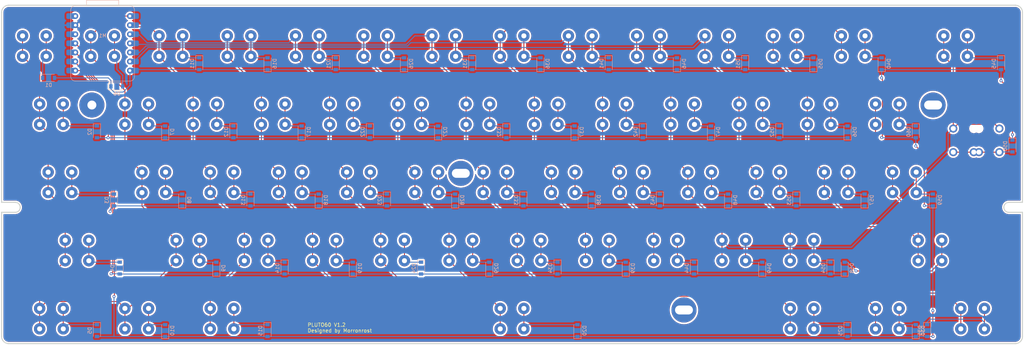
<source format=kicad_pcb>
(kicad_pcb (version 20211014) (generator pcbnew)
  (layers (0 "F.Cu" signal) (31 "B.Cu" signal) (34 "B.Paste" user) (35 "F.Paste" user) (36 "B.SilkS" user "B.Silkscreen") (37 "F.SilkS" user "F.Silkscreen") (38 "B.Mask" user) (39 "F.Mask" user) (44 "Edge.Cuts" user))
  (net 0 "")
  (net 1 "Net-(D1-Pad1)")
  (net 2 "ROW0")
  (net 3 "Net-(D2-Pad1)")
  (net 4 "ROW1")
  (net 5 "Net-(D3-Pad1)")
  (net 6 "ROW2")
  (net 7 "Net-(D4-Pad1)")
  (net 8 "ROW3")
  (net 9 "Net-(D5-Pad1)")
  (net 10 "ROW4")
  (net 11 "Net-(D6-Pad2)")
  (net 12 "Net-(D7-Pad2)")
  (net 13 "Net-(D8-Pad2)")
  (net 14 "Net-(D9-Pad2)")
  (net 15 "Net-(D10-Pad2)")
  (net 16 "Net-(D11-Pad1)")
  (net 17 "Net-(D12-Pad1)")
  (net 18 "Net-(D13-Pad1)")
  (net 19 "Net-(D14-Pad1)")
  (net 20 "Net-(D16-Pad2)")
  (net 21 "Net-(D17-Pad2)")
  (net 22 "Net-(D18-Pad2)")
  (net 23 "Net-(D19-Pad2)")
  (net 24 "Net-(D20-Pad2)")
  (net 25 "Net-(D21-Pad1)")
  (net 26 "Net-(D22-Pad1)")
  (net 27 "Net-(D23-Pad1)")
  (net 28 "Net-(D24-Pad1)")
  (net 29 "Net-(D26-Pad2)")
  (net 30 "Net-(D27-Pad2)")
  (net 31 "Net-(D28-Pad2)")
  (net 32 "Net-(D29-Pad2)")
  (net 33 "Net-(D31-Pad1)")
  (net 34 "Net-(D32-Pad1)")
  (net 35 "Net-(D33-Pad1)")
  (net 36 "Net-(D34-Pad1)")
  (net 37 "Net-(D35-Pad1)")
  (net 38 "Net-(D36-Pad2)")
  (net 39 "Net-(D37-Pad2)")
  (net 40 "Net-(D38-Pad2)")
  (net 41 "Net-(D39-Pad2)")
  (net 42 "Net-(D40-Pad2)")
  (net 43 "Net-(D41-Pad1)")
  (net 44 "Net-(D42-Pad1)")
  (net 45 "Net-(D43-Pad1)")
  (net 46 "Net-(D44-Pad1)")
  (net 47 "Net-(D45-Pad1)")
  (net 48 "Net-(D46-Pad2)")
  (net 49 "Net-(D47-Pad2)")
  (net 50 "Net-(D48-Pad2)")
  (net 51 "Net-(D49-Pad2)")
  (net 52 "Net-(D51-Pad1)")
  (net 53 "Net-(D52-Pad1)")
  (net 54 "Net-(D53-Pad1)")
  (net 55 "Net-(D54-Pad1)")
  (net 56 "Net-(D55-Pad2)")
  (net 57 "Net-(D56-Pad2)")
  (net 58 "Net-(D57-Pad2)")
  (net 59 "Net-(D58-Pad2)")
  (net 60 "Net-(D59-Pad2)")
  (net 61 "COL0")
  (net 62 "COL1")
  (net 63 "COL2")
  (net 64 "COL3")
  (net 65 "COL4")
  (net 66 "COL5")
  (net 68 "Net-(D60-Pad1)")
  (net 70 "GND")
  (net 71 "Net-(D15-Pad1)")
  (net 72 "Net-(D25-Pad1)")
  (net 73 "Net-(D30-Pad2)")
  (net 74 "Net-(D50-Pad2)")
  (footprint "hitek725:Hitek725-1U" (layer "F.Cu") (at 250.825 -85.725)
    (fp_text reference "MX40")
    (fp_text value "MX-NoLED")
  )
  (footprint "hitek725:Hitek725-1U" (layer "F.Cu") (at 146.05 -66.675)
    (fp_text reference "MX32")
    (fp_text value "MX-NoLED")
  )
  (footprint "hitek725:Hitek725-1.75U" (layer "F.Cu") (at 29.36875 -47.625)
    (fp_text reference "MX3")
    (fp_text value "MX-NoLED")
  )
  (footprint "hitek725:Hitek725-1.5U" (layer "F.Cu") (at 26.9875 -9.525)
    (fp_text reference "MX5")
    (fp_text value "MX-NoLED")
  )
  (footprint "hitek725:Hitek725-7U" (layer "F.Cu") (at 155.575 -9.525)
    (fp_text reference "MX20")
    (fp_text value "MX-NoLED")
  )
  (footprint "hitek725:Hitek725-2.25U" (layer "F.Cu") (at 34.13125 -28.575)
    (fp_text reference "MX4")
    (fp_text value "MX-NoLED")
  )
  (footprint "hitek725:Hitek725-BigAssEnter-separated-pins" (layer "F.Cu") (at 279.4 -57.15)
    (fp_text reference "MX50")
    (fp_text value "MX-NoLED")
  )
  (footprint "hitek725:Hitek725-1U" (layer "F.Cu") (at 98.425 -85.725)
    (fp_text reference "MX21")
    (fp_text value "MX-NoLED")
  )
  (footprint "hitek725:Hitek725-1U" (layer "F.Cu") (at 127 -66.675)
    (fp_text reference "MX27")
    (fp_text value "MX-NoLED")
  )
  (footprint "hitek725:Hitek725-1U" (layer "F.Cu") (at 93.6625 -47.625)
    (fp_text reference "MX18")
    (fp_text value "MX-NoLED")
  )
  (footprint "hitek725:Hitek725-2.75U" (layer "F.Cu") (at 272.25625 -28.575)
    (fp_text reference "MX59")
    (fp_text value "MX-NoLED")
  )
  (footprint "hitek725:Hitek725-1U" (layer "F.Cu") (at 169.8625 -47.625)
    (fp_text reference "MX38")
    (fp_text value "MX-NoLED")
  )
  (footprint "hitek725:Hitek725-1.5U" (layer "F.Cu") (at 236.5375 -9.525)
    (fp_text reference "MX25")
    (fp_text value "MX-NoLED")
  )
  (footprint "hitek725:Hitek725-1U" (layer "F.Cu") (at 222.25 -66.675)
    (fp_text reference "MX52")
    (fp_text value "MX-NoLED")
  )
  (footprint "hitek725:Hitek725-1.5U" (layer "F.Cu") (at 284.1625 -9.525)
    (fp_text reference "MX35")
    (fp_text value "MX-NoLED")
  )
  (footprint "hitek725:Hitek725-1U" (layer "F.Cu") (at 150.8125 -47.625)
    (fp_text reference "MX33")
    (fp_text value "MX-NoLED")
  )
  (footprint "hitek725:Hitek725-1U" (layer "F.Cu") (at 55.5625 -47.625)
    (fp_text reference "MX8")
    (fp_text value "MX-NoLED")
  )
  (footprint "hitek725:Hitek725-1U" (layer "F.Cu") (at 103.1875 -28.575)
    (fp_text reference "MX19")
    (fp_text value "MX-NoLED")
  )
  (footprint "hitek725:Hitek725-1U" (layer "F.Cu") (at 117.475 -85.725)
    (fp_text reference "MX26")
    (fp_text value "MX-NoLED")
  )
  (footprint "hitek725:Hitek725-1U" (layer "F.Cu") (at 107.95 -66.675)
    (fp_text reference "MX22")
    (fp_text value "MX-NoLED")
  )
  (footprint "hitek725:Hitek725-1U" (layer "F.Cu") (at 141.2875 -28.575)
    (fp_text reference "MX29")
    (fp_text value "MX-NoLED")
  )
  (footprint "hitek725:Hitek725-1U" (layer "F.Cu") (at 165.1 -66.675)
    (fp_text reference "MX37")
    (fp_text value "MX-NoLED")
  )
  (footprint "hitek725:Hitek725-1U" (layer "F.Cu") (at 260.35 -9.525)
    (fp_text reference "MX30")
    (fp_text value "MX-NoLED")
  )
  (footprint "hitek725:Hitek725-1U" (layer "F.Cu") (at 231.775 -85.725)
    (fp_text reference "MX56")
    (fp_text value "MX-NoLED")
  )
  (footprint "hitek725:Hitek725-1U" (layer "F.Cu") (at 136.525 -85.725)
    (fp_text reference "MX31")
    (fp_text value "MX-NoLED")
  )
  (footprint "locallib:60_Outline" (layer "F.Cu") (at 155.575 -47.625)
    (fp_text reference "REF**" hide)
    (fp_text value "60_Outline" hide)
    (fp_line (start -142.5 7.8) (end -142.5 -45.3) (layer "Edge.Cuts") (width 0.3))
    (fp_line (start -140.5 47.3) (end 140.5 47.3) (layer "Edge.Cuts") (width 0.3))
    (fp_line (start 142.5 7.8) (end 142.5 -45.3) (layer "Edge.Cuts") (width 0.3))
    (fp_line (start -142.5 45.3) (end -142.5 10.6) (layer "Edge.Cuts") (width 0.3))
    (fp_line (start -138.7 7.8) (end -142.5 7.8) (layer "Edge.Cuts") (width 0.3))
    (fp_line (start 138.7 7.8) (end 142.5 7.8) (layer "Edge.Cuts") (width 0.3))
    (fp_line (start -142.5 10.6) (end -138.7 10.6) (layer "Edge.Cuts") (width 0.3))
    (fp_line (start 140.5 -47.3) (end -140.5 -47.3) (layer "Edge.Cuts") (width 0.3))
    (fp_line (start 142.5 10.6) (end 142.5 45.3) (layer "Edge.Cuts") (width 0.3))
    (fp_line (start 138.7 10.6) (end 142.5 10.6) (layer "Edge.Cuts") (width 0.3))
    (fp_arc (start -140.5 47.3) (mid -141.914214 46.714214) (end -142.5 45.3) (layer "Edge.Cuts") (width 0.3))
    (fp_arc (start -138.7 7.8) (mid -137.710051 8.210051) (end -137.3 9.2) (layer "Edge.Cuts") (width 0.3))
    (fp_arc (start 137.3 9.2) (mid 137.710051 8.210051) (end 138.7 7.8) (layer "Edge.Cuts") (width 0.3))
    (fp_arc (start 140.5 -47.3) (mid 141.914214 -46.714214) (end 142.5 -45.3) (layer "Edge.Cuts") (width 0.3))
    (fp_arc (start -137.3 9.2) (mid -137.710051 10.189949) (end -138.7 10.6) (layer "Edge.Cuts") (width 0.3))
    (fp_arc (start 138.7 10.6) (mid 137.710051 10.189949) (end 137.3 9.2) (layer "Edge.Cuts") (width 0.3))
    (fp_arc (start 142.5 45.3) (mid 141.914214 46.714214) (end 140.5 47.3) (layer "Edge.Cuts") (width 0.3))
    (fp_arc (start -142.5 -45.3) (mid -141.914214 -46.714214) (end -140.5 -47.3) (layer "Edge.Cuts") (width 0.3))
  )
  (footprint "hitek725:Hitek725-1U" (layer "F.Cu") (at 174.625 -85.725)
    (fp_text reference "MX41")
    (fp_text value "MX-NoLED")
  )
  (footprint "hitek725:Hitek725-2U" (layer "F.Cu") (at 279.4 -85.725)
    (fp_text reference "MX45")
    (fp_text value "MX-NoLED")
  )
  (footprint "hitek725:Hitek725-1U" (layer "F.Cu") (at 122.2375 -28.575)
    (fp_text reference "MX24")
    (fp_text value "MX-NoLED")
  )
  (footprint "hitek725:Hitek725-1U" (layer "F.Cu") (at 236.5375 -28.575)
    (fp_text reference "MX54")
    (fp_text value "MX-NoLED")
  )
  (footprint "hitek725:Hitek725-1.5U" (layer "F.Cu") (at 74.6125 -9.525)
    (fp_text reference "MX15")
    (fp_text value "MX-NoLED")
  )
  (footprint "hitek725:Hitek725-1U" (layer "F.Cu") (at 203.2 -66.675)
    (fp_text reference "MX47")
    (fp_text value "MX-NoLED")
  )
  (footprint "hitek725:Hitek725-1U" (layer "F.Cu") (at 22.225 -85.725)
    (fp_text reference "MX1")
    (fp_text value "MX-NoLED")
  )
  (footprint "hitek725:Hitek725-1U" (layer "F.Cu") (at 84.1375 -28.575)
    (fp_text reference "MX14")
    (fp_text value "MX-NoLED")
  )
  (footprint "hitek725:Hitek725-1U" (layer "F.Cu") (at 50.8 -66.675)
    (fp_text reference "MX7")
    (fp_text value "MX-NoLED")
  )
  (footprint "hitek725:Hitek725-1U" (layer "F.Cu") (at 217.4875 -28.575)
    (fp_text reference "MX49")
    (fp_text value "MX-NoLED")
  )
  (footprint "hitek725:Hitek725-1U" (layer "F.Cu") (at 227.0125 -47.625)
    (fp_text reference "MX53")
    (fp_text value "MX-NoLED")
  )
  (footprint "hitek725:Hitek725-1U" (layer "F.Cu") (at 207.9625 -47.625)
    (fp_text reference "MX48")
    (fp_text value "MX-NoLED")
  )
  (footprint "hitek725:Hitek725-1U" (layer "F.Cu") (at 88.9 -66.675)
    (fp_text reference "MX17")
    (fp_text value "MX-NoLED")
  )
  (footprint "hitek725:Hitek725-1.5U" (layer "F.Cu") (at 26.9875 -66.675)
    (fp_text reference "MX2")
    (fp_text value "MX-NoLED")
  )
  (footprint "hitek725:Hitek725-1U" (layer "F.Cu") (at 160.3375 -28.575)
    (fp_text reference "MX34")
    (fp_text value "MX-NoLED")
  )
  (footprint "hitek725:Hitek725-1U" (layer "F.Cu") (at 193.675 -85.725)
    (fp_text reference "MX46")
    (fp_text value "MX-NoLED")
  )
  (footprint "hitek725:Hitek725-1U" (layer "F.Cu") (at 265.1125 -47.625)
    (fp_text reference "MX60")
    (fp_text value "MX-NoLED")
  )
  (footprint "hitek725:Hitek725-1U" (layer "F.Cu") (at 50.8 -9.525)
    (fp_text reference "MX10")
    (fp_text value "MX-NoLED")
  )
  (footprint "hitek725:Hitek725-1U" (layer "F.Cu") (at 69.85 -66.675)
    (fp_text reference "MX12")
    (fp_text value "MX-NoLED")
  )
  (footprint "hitek725:Hitek725-1U" (layer "F.Cu") (at 112.7125 -47.625)
    (fp_text reference "MX23")
    (fp_text value "MX-NoLED")
  )
  (footprint "hitek725:Hitek725-1U" (layer "F.Cu") (at 74.6125 -47.625)
    (fp_text reference "MX13")
    (fp_text value "MX-NoLED")
  )
  (footprint "hitek725:Hitek725-1U" (layer "F.Cu") (at 41.275 -85.725)
    (fp_text reference "MX6")
    (fp_text value "MX-NoLED")
  )
  (footprint "hitek725:Hitek725-1U" (layer "F.Cu") (at 241.3 -66.675)
    (fp_text reference "MX57")
    (fp_text value "MX-NoLED")
  )
  (footprint "hitek725:Hitek725-1U" (layer "F.Cu") (at 131.7625 -47.625)
    (fp_text reference "MX28")
    (fp_text value "MX-NoLED")
  )
  (footprint "hitek725:Hitek725-1U" (layer "F.Cu") (at 179.3875 -28.575)
    (fp_text reference "MX39")
    (fp_text value "MX-NoLED")
  )
  (footprint "hitek725:Hitek725-1U" (layer "F.Cu") (at 79.375 -85.725)
    (fp_text reference "MX16")
    (fp_text value "MX-NoLED")
  )
  (footprint "hitek725:Hitek725-1U" (layer "F.Cu") (at 155.575 -85.725)
    (fp_text reference "MX36")
    (fp_text value "MX-NoLED")
  )
  (footprint "hitek725:Hitek725-1U" (layer "F.Cu") (at 260.35 -66.675)
    (fp_text reference "MX55")
    (fp_text value "MX-NoLED")
  )
  (footprint "hitek725:Hitek725-1U" (layer "F.Cu") (at 60.325 -85.725)
    (fp_text reference "MX11")
    (fp_text value "MX-NoLED")
  )
  (footprint "hitek725:Hitek725-1U" (layer "F.Cu") (at 246.0625 -47.625)
    (fp_text reference "MX58")
    (fp_text value "MX-NoLED")
  )
  (footprint "hitek725:Hitek725-1U" (layer "F.Cu") (at 184.15 -66.675)
    (fp_text reference "MX42")
    (fp_text value "MX-NoLED")
  )
  (footprint "hitek725:Hitek725-1U" (layer "F.Cu") (at 198.4375 -28.575)
    (fp_text reference "MX44")
    (fp_text value "MX-NoLED")
  )
  (footprint "hitek725:Hitek725-1U" (layer "F.Cu") (at 65.0875 -28.575)
    (fp_text reference "MX9")
    (fp_text value "MX-NoLED")
  )
  (footprint "hitek725:Hitek725-1U" (layer "F.Cu") (at 212.725 -85.725)
    (fp_text reference "MX51")
    (fp_text value "MX-NoLED")
  )
  (footprint "hitek725:Hitek725-1U" (layer "F.Cu") (at 188.9125 -47.625)
    (fp_text reference "MX43")
    (fp_text value "MX-NoLED")
  )
  (footprint "Diode_SMD:D_SOD-123" (layer "B.Cu") (at 106.3625 -78.58125 -90)
    (fp_text reference "D21")
    (fp_text value "D_Small")
  )
  (footprint "Diode_SMD:D_SOD-123" (layer "B.Cu") (at 239.7125 -78.58125 90)
    (fp_text reference "D55")
    (fp_text value "D_Small")
  )
  (footprint "Diode_SMD:D_SOD-123" (layer "B.Cu") (at 173.83125 -3.96875 90)
    (fp_text reference "D20")
    (fp_text value "D_Small")
  )
  (footprint "Diode_SMD:D_SOD-123" (layer "B.Cu") (at 158.75 -40.48125 -90)
    (fp_text reference "D33")
    (fp_text value "D_Small")
  )
  (footprint "Diode_SMD:D_SOD-123" (layer "B.Cu") (at 125.4125 -78.58125 90)
    (fp_text reference "D26")
    (fp_text value "D_Small")
  )
  (footprint "Diode_SMD:D_SOD-123" (layer "B.Cu") (at 120.65 -40.48125 -90)
    (fp_text reference "D23")
    (fp_text value "D_Small")
  )
  (footprint "Diode_SMD:D_SOD-123" (layer "B.Cu") (at 196.85 -40.48125 -90)
    (fp_text reference "D43")
    (fp_text value "D_Small")
  )
  (footprint "Diode_SMD:D_SOD-123" (layer "B.Cu") (at 268.2875 -59.53125 -90)
    (fp_text reference "D60")
    (fp_text value "D_Small")
  )
  (footprint "Diode_SMD:D_SOD-123" (layer "B.Cu") (at 39.6875 -3.96875 -90)
    (fp_text reference "D5")
    (fp_text value "D_Small")
  )
  (footprint "Diode_SMD:D_SOD-123" (layer "B.Cu") (at 63.5 -40.48125 90)
    (fp_text reference "D8")
    (fp_text value "D_Small")
  )
  (footprint "Diode_SMD:D_SOD-123" (layer "B.Cu") (at 39.6875 -59.53125 -90)
    (fp_text reference "D2")
    (fp_text value "D_Small")
  )
  (footprint "Diode_SMD:D_SOD-123" (layer "B.Cu") (at 173.0375 -59.53125 90)
    (fp_text reference "D37")
    (fp_text value "D_Small")
  )
  (footprint "Diode_SMD:D_SOD-123" (layer "B.Cu") (at 230.1875 -59.53125 -90)
    (fp_text reference "D52")
    (fp_text value "D_Small")
  )
  (footprint "xiao2040 schematics:XIAO-RP2040" (layer "B.Cu") (at 50.165 -73.72325 180)
    (fp_text reference "M1")
    (fp_text value "XIAO-RP2040")
  )
  (footprint "Diode_SMD:D_SOD-123" (layer "B.Cu") (at 149.225 -21.43125 90)
    (fp_text reference "D29")
    (fp_text value "D_Small")
  )
  (footprint "Diode_SMD:D_SOD-123" (layer "B.Cu") (at 115.8875 -59.53125 -90)
    (fp_text reference "D22")
    (fp_text value "D_Small")
  )
  (footprint "Diode_SMD:D_SOD-123" (layer "B.Cu") (at 254 -40.48125 90)
    (fp_text reference "D57")
    (fp_text value "D_Small")
  )
  (footprint "Diode_SMD:D_SOD-123" (layer "B.Cu") (at 111.125 -21.43125 90)
    (fp_text reference "D19")
    (fp_text value "D_Small")
  )
  (footprint "Diode_SMD:D_SOD-123" (layer "B.Cu") (at 139.7 -40.48125 90)
    (fp_text reference "D28")
    (fp_text value "D_Small")
  )
  (footprint "Diode_SMD:D_SOD-123" (layer "B.Cu") (at 87.3125 -78.58125 90)
    (fp_text reference "D16")
    (fp_text value "D_Small")
  )
  (footprint "Diode_SMD:D_SOD-123" (layer "B.Cu") (at 187.325 -21.43125 90)
    (fp_text reference "D39")
    (fp_text value "D_Small")
  )
  (footprint "Diode_SMD:D_SOD-123" (layer "B.Cu") (at 144.4625 -78.58125 -90)
    (fp_text reference "D31")
    (fp_text value "D_Small")
  )
  (footprint "Diode_SMD:D_SOD-123" (layer "B.Cu") (at 192.0875 -59.53125 -90)
    (fp_text reference "D42")
    (fp_text value "D_Small")
  )
  (footprint "Diode_SMD:D_SOD-123" (layer "B.Cu") (at 268.2875 -3.96875 90)
    (fp_text reference "D30")
    (fp_text value "D_Small")
  )
  (footprint "Diode_SMD:D_SOD-123" (layer "B.Cu") (at 244.475 -21.43125 -90)
    (fp_text reference "D54")
    (fp_text value "D_Small")
  )
  (footprint "Diode_SMD:D_SOD-123" (layer "B.Cu") (at 271.4625 -3.96875 -90)
    (fp_text reference "D35")
    (fp_text value "D_Small")
  )
  (footprint "Diode_SMD:D_SOD-123" (layer "B.Cu") (at 249.2375 -3.96875 -90)
    (fp_text reference "D25")
    (fp_text value "D_Small")
  )
  (footprint "Diode_SMD:D_SOD-123" (layer "B.Cu") (at 26.19375 -74.6125)
    (fp_text reference "D1")
    (fp_text value "D_Small")
  )
  (footprint "Diode_SMD:D_SOD-123" (layer "B.Cu") (at 295.275 -55.5625 -90)
    (fp_text reference "D50")
    (fp_text value "D_Small")
  )
  (footprint "Diode_SMD:D_SOD-123" (layer "B.Cu") (at 182.5625 -78.58125 -90)
    (fp_text reference "D41")
    (fp_text value "D_Small")
  )
  (footprint "Diode_SMD:D_SOD-123" (layer "B.Cu") (at 220.6625 -78.58125 -90)
    (fp_text reference "D51")
    (fp_text value "D_Small")
  )
  (footprint "Diode_SMD:D_SOD-123" (layer "B.Cu") (at 134.9375 -59.53125 90)
    (fp_text reference "D27")
    (fp_text value "D_Small")
  )
  (footprint "Diode_SMD:D_SOD-123" (layer "B.Cu") (at 58.7375 -3.96875 90)
    (fp_text reference "D10")
    (fp_text value "D_Small")
  )
  (footprint "Diode_SMD:D_SOD-123" (layer "B.Cu") (at 234.95 -40.48125 -90)
    (fp_text reference "D53")
    (fp_text value "D_Small")
  )
  (footprint "Diode_SMD:D_SOD-123" (layer "B.Cu") (at 45.24375 -72.23125)
    (fp_text reference "D6")
    (fp_text value "D_Small")
  )
  (footprint "Diode_SMD:D_SOD-123" (layer "B.Cu") (at 177.8 -40.48125 90)
    (fp_text reference "D38")
    (fp_text value "D_Small")
  )
  (footprint "Diode_SMD:D_SOD-123" (layer "B.Cu") (at 96.8375 -59.53125 90)
    (fp_text reference "D17")
    (fp_text value "D_Small")
  )
  (footprint "Diode_SMD:D_SOD-123" (layer "B.Cu") (at 77.7875 -59.53125 -90)
    (fp_text reference "D12")
    (fp_text value "D_Small")
  )
  (footprint "Diode_SMD:D_SOD-123" (layer "B.Cu") (at 206.375 -21.43125 -90)
    (fp_text reference "D44")
    (fp_text value "D_Small")
  )
  (footprint "Diode_SMD:D_SOD-123" (layer "B.Cu") (at 292.1 -78.58125 -90)
    (fp_text reference "D45")
    (fp_text value "D_Small")
  )
  (footprint "Diode_SMD:D_SOD-123" (layer "B.Cu") (at 73.025 -21.43125 90)
    (fp_text reference "D9")
    (fp_text value "D_Small")
  )
  (footprint "Diode_SMD:D_SOD-123" (layer "B.Cu") (at 211.1375 -59.53125 90)
    (fp_text reference "D47")
    (fp_text value "D_Small")
  )
  (footprint "Diode_SMD:D_SOD-123" (layer "B.Cu") (at 44.45 -40.48125 -90)
    (fp_text reference "D3")
    (fp_text value "D_Small")
  )
  (footprint "Diode_SMD:D_SOD-123" (layer "B.Cu") (at 130.175 -21.43125 -90)
    (fp_text reference "D24")
    (fp_text value "D_Small")
  )
  (footprint "Diode_SMD:D_SOD-123" (layer "B.Cu") (at 82.55 -40.48125 -90)
    (fp_text reference "D13")
    (fp_text value "D_Small")
  )
  (footprint "Diode_SMD:D_SOD-123" (layer "B.Cu") (at 225.425 -21.43125 90)
    (fp_text reference "D49")
    (fp_text value "D_Small")
  )
  (footprint "Diode_SMD:D_SOD-123" (layer "B.Cu") (at 163.5125 -78.58125 90)
    (fp_text reference "D36")
    (fp_text value "D_Small")
  )
  (footprint "Diode_SMD:D_SOD-123" (layer "B.Cu") (at 273.05 -40.48125 90)
    (fp_text reference "D59")
    (fp_text value "D_Small")
  )
  (footprint "Diode_SMD:D_SOD-123" (layer "B.Cu") (at 92.075 -21.43125 -90)
    (fp_text reference "D14")
    (fp_text value "D_Small")
  )
  (footprint "Diode_SMD:D_SOD-123" (layer "B.Cu") (at 201.6125 -78.58125 90)
    (fp_text reference "D46")
    (fp_text value "D_Small")
  )
  (footprint "Diode_SMD:D_SOD-123" (layer "B.Cu") (at 249.2375 -59.53125 90)
    (fp_text reference "D56")
    (fp_text value "D_Small")
  )
  (footprint "Diode_SMD:D_SOD-123" (layer "B.Cu") (at 101.6 -40.48125 90)
    (fp_text reference "D18")
    (fp_text value "D_Small")
  )
  (footprint "Diode_SMD:D_SOD-123" (layer "B.Cu") (at 168.275 -21.43125 -90)
    (fp_text reference "D34")
    (fp_text value "D_Small")
  )
  (footprint "Diode_SMD:D_SOD-123" (layer "B.Cu") (at 258.7625 -78.58125 90)
    (fp_text reference "D40")
    (fp_text value "D_Small")
  )
  (footprint "Diode_SMD:D_SOD-123" (layer "B.Cu") (at 58.7375 -59.53125 90)
    (fp_text reference "D7")
    (fp_text value "D_Small")
  )
  (footprint "Diode_SMD:D_SOD-123" (layer "B.Cu") (at 46.0375 -21.43125 -90)
    (fp_text reference "D4")
    (fp_text value "D_Small")
  )
  (footprint "Diode_SMD:D_SOD-123" (layer "B.Cu") (at 87.3125 -3.96875 -90)
    (fp_text reference "D15")
    (fp_text value "D_Small")
  )
  (footprint "Diode_SMD:D_SOD-123" (layer "B.Cu") (at 153.9875 -59.53125 -90)
    (fp_text reference "D32")
    (fp_text value "D_Small")
  )
  (footprint "Diode_SMD:D_SOD-123" (layer "B.Cu") (at 215.9 -40.48125 90)
    (fp_text reference "D48")
    (fp_text value "D_Small")
  )
  (footprint "Diode_SMD:D_SOD-123" (layer "B.Cu") (at 248.44375 -21.43125 90)
    (fp_text reference "D58")
    (fp_text value "D_Small")
  )
  (footprint "Diode_SMD:D_SOD-123" (layer "B.Cu") (at 68.2625 -78.58125 -90)
    (fp_text reference "D11")
    (fp_text value "D_Small")
  )
  (gr_text "PLUTO60 V1.2\nDesigned by Morronrost" (at 98.425 -4.7625) (layer "F.SilkS") (effects (font (size 1 1)) (justify left)))
  (segment (start 25.525 -86.365) (end 25.525 -80.645) (width 0.25) (layer "F.Cu") (net 1))
  (segment (start 24.54375 -79.66375) (end 25.525 -80.645) (width 0.25) (layer "B.Cu") (net 1))
  (segment (start 24.54375 -74.6125) (end 24.54375 -79.66375) (width 0.25) (layer "B.Cu") (net 1))
  (segment (start 48.8925 -76.65425) (end 49.1695 -76.93125) (width 0.25) (layer "B.Cu") (net 2))
  (segment (start 47.005272 -70.64375) (end 44.45 -70.64375) (width 0.25) (layer "B.Cu") (net 2))
  (segment (start 44.45 -70.64375) (end 43.59375 -71.5) (width 0.25) (layer "B.Cu") (net 2))
  (segment (start 48.8925 -72.530978) (end 47.005272 -70.64375) (width 0.25) (layer "B.Cu") (net 2))
  (segment (start 43.59375 -71.5) (end 43.59375 -72.23125) (width 0.25) (layer "B.Cu") (net 2))
  (segment (start 43.59375 -73.88125) (end 42.8625 -74.6125) (width 0.25) (layer "B.Cu") (net 2))
  (segment (start 49.1695 -76.93125) (end 87.3125 -76.93125) (width 0.25) (layer "B.Cu") (net 2))
  (segment (start 87.3125 -76.93125) (end 239.7125 -76.93125) (width 0.25) (layer "B.Cu") (net 2))
  (segment (start 42.8625 -74.6125) (end 27.84375 -74.6125) (width 0.25) (layer "B.Cu") (net 2))
  (segment (start 48.8925 -76.65425) (end 48.8925 -72.530978) (width 0.25) (layer "B.Cu") (net 2))
  (segment (start 43.59375 -72.23125) (end 43.59375 -73.88125) (width 0.25) (layer "B.Cu") (net 2))
  (segment (start 30.2875 -67.315) (end 30.2875 -61.595) (width 0.25) (layer "F.Cu") (net 3))
  (segment (start 39.6875 -61.18125) (end 30.70125 -61.18125) (width 0.25) (layer "B.Cu") (net 3))
  (segment (start 30.70125 -61.18125) (end 30.2875 -61.595) (width 0.25) (layer "B.Cu") (net 3))
  (segment (start 42.8625 -57.94375) (end 42.8 -57.88125) (width 0.25) (layer "F.Cu") (net 4))
  (segment (start 33.6575 -76.65425) (end 35.2645 -76.65425) (width 0.25) (layer "F.Cu") (net 4))
  (segment (start 35.2645 -76.65425) (end 42.8625 -69.05625) (width 0.25) (layer "F.Cu") (net 4))
  (segment (start 42.8625 -69.05625) (end 42.8625 -57.94375) (width 0.25) (layer "F.Cu") (net 4))
  (via (at 42.8 -57.88125) (size 0.8) (drill 0.4) (layers "F.Cu" "B.Cu") (net 4))
  (segment (start 42.8 -57.88125) (end 39.6875 -57.88125) (width 0.25) (layer "B.Cu") (net 4))
  (segment (start 249.2375 -57.88125) (end 42.8 -57.88125) (width 0.25) (layer "B.Cu") (net 4))
  (segment (start 32.66875 -48.265) (end 32.66875 -42.545) (width 0.25) (layer "F.Cu") (net 5))
  (segment (start 33.0825 -42.13125) (end 32.66875 -42.545) (width 0.25) (layer "B.Cu") (net 5))
  (segment (start 44.45 -42.13125) (end 33.0825 -42.13125) (width 0.25) (layer "B.Cu") (net 5))
  (segment (start 33.6575 -78.896968) (end 43.65625 -68.898218) (width 0.25) (layer "F.Cu") (net 6))
  (segment (start 43.65625 -37.58123) (end 43.38127 -37.30625) (width 0.25) (layer "F.Cu") (net 6))
  (segment (start 33.6575 -79.19425) (end 33.6575 -78.896968) (width 0.25) (layer "F.Cu") (net 6))
  (segment (start 43.65625 -68.898218) (end 43.65625 -37.58123) (width 0.25) (layer "F.Cu") (net 6))
  (via (at 43.38127 -37.30625) (size 0.8) (drill 0.4) (layers "F.Cu" "B.Cu") (net 6))
  (segment (start 43.38127 -37.30625) (end 43.38127 -37.76252) (width 0.25) (layer "B.Cu") (net 6))
  (segment (start 43.38127 -37.76252) (end 44.45 -38.83125) (width 0.25) (layer "B.Cu") (net 6))
  (segment (start 44.45 -38.83125) (end 254 -38.83125) (width 0.25) (layer "B.Cu") (net 6))
  (segment (start 37.43125 -29.215) (end 37.43125 -23.495) (width 0.25) (layer "F.Cu") (net 7))
  (segment (start 37.845 -23.08125) (end 37.43125 -23.495) (width 0.25) (layer "B.Cu") (net 7))
  (segment (start 46.0375 -23.08125) (end 37.845 -23.08125) (width 0.25) (layer "B.Cu") (net 7))
  (segment (start 33.6575 -81.73425) (end 34.925 -80.46675) (width 0.25) (layer "F.Cu") (net 8))
  (segment (start 44.10577 -69.084415) (end 44.10577 -68.2625) (width 0.25) (layer "F.Cu") (net 8))
  (segment (start 34.925 -78.265186) (end 35.957593 -77.232593) (width 0.25) (layer "F.Cu") (net 8))
  (segment (start 34.925 -78.58125) (end 34.925 -78.265186) (width 0.25) (layer "F.Cu") (net 8))
  (segment (start 44.10577 -20.29327) (end 43.65625 -19.84375) (width 0.25) (layer "F.Cu") (net 8))
  (segment (start 34.925 -80.46675) (end 34.925 -78.58125) (width 0.25) (layer "F.Cu") (net 8))
  (segment (start 35.957593 -77.232593) (end 44.10577 -69.084415) (width 0.25) (layer "F.Cu") (net 8))
  (segment (start 44.10577 -68.2625) (end 44.10577 -20.29327) (width 0.25) (layer "F.Cu") (net 8))
  (via (at 43.65625 -19.84375) (size 0.8) (drill 0.4) (layers "F.Cu" "B.Cu") (net 8))
  (segment (start 45.975 -19.84375) (end 46.0375 -19.78125) (width 0.25) (layer "B.Cu") (net 8))
  (segment (start 43.65625 -19.84375) (end 45.975 -19.84375) (width 0.25) (layer "B.Cu") (net 8))
  (segment (start 46.0375 -19.78125) (end 244.475 -19.78125) (width 0.25) (layer "B.Cu") (net 8))
  (segment (start 244.475 -19.78125) (end 248.44375 -19.78125) (width 0.25) (layer "B.Cu") (net 8))
  (segment (start 30.2875 -10.165) (end 30.2875 -4.445) (width 0.25) (layer "F.Cu") (net 9))
  (segment (start 31.46125 -5.61875) (end 30.2875 -4.445) (width 0.25) (layer "B.Cu") (net 9))
  (segment (start 39.6875 -5.61875) (end 31.46125 -5.61875) (width 0.25) (layer "B.Cu") (net 9))
  (segment (start 44.55529 -13.59904) (end 44.45 -13.49375) (width 0.25) (layer "F.Cu") (net 10))
  (segment (start 273.05 -9.525) (end 273.05 -2.38125) (width 0.25) (layer "F.Cu") (net 10))
  (segment (start 258.964511 -58.145761) (end 258.964511 -74.410489) (width 0.25) (layer "F.Cu") (net 10))
  (segment (start 35.37452 -78.451384) (end 42.625451 -71.200451) (width 0.25) (layer "F.Cu") (net 10))
  (segment (start 258.7625 -57.94375) (end 258.964511 -58.145761) (width 0.25) (layer "F.Cu") (net 10))
  (segment (start 295.275 -70.64375) (end 292.1 -73.81875) (width 0.25) (layer "F.Cu") (net 10))
  (segment (start 273.05 -2.38125) (end 273.1125 -2.31875) (width 0.25) (layer "F.Cu") (net 10))
  (segment (start 295.275 -58.7375) (end 295.275 -70.64375) (width 0.25) (layer "F.Cu") (net 10))
  (segment (start 258.964511 -74.410489) (end 258.7625 -74.6125) (width 0.25) (layer "F.Cu") (net 10))
  (segment (start 270.66875 -50.00625) (end 270.66875 -53.18125) (width 0.25) (layer "F.Cu") (net 10))
  (segment (start 42.625451 -71.200451) (end 44.55529 -69.270612) (width 0.25) (layer "F.Cu") (net 10))
  (segment (start 35.37452 -82.55723) (end 35.37452 -79.375) (width 0.25) (layer "F.Cu") (net 10))
  (segment (start 33.6575 -84.27425) (end 35.37452 -82.55723) (width 0.25) (layer "F.Cu") (net 10))
  (segment (start 270.66875 -38.89375) (end 270.66875 -50.00625) (width 0.25) (layer "F.Cu") (net 10))
  (segment (start 35.37452 -79.375) (end 35.37452 -78.451384) (width 0.25) (layer "F.Cu") (net 10))
  (segment (start 270.66875 -53.18125) (end 268.2875 -55.5625) (width 0.25) (layer "F.Cu") (net 10))
  (segment (start 44.55529 -65.88125) (end 44.55529 -13.59904) (width 0.25) (layer "F.Cu") (net 10))
  (segment (start 44.55529 -69.270612) (end 44.55529 -65.88125) (width 0.25) (layer "F.Cu") (net 10))
  (via (at 258.7625 -57.94375) (size 0.8) (drill 0.4) (layers "F.Cu" "B.Cu") (net 10))
  (via (at 295.275 -58.7375) (size 0.8) (drill 0.4) (layers "F.Cu" "B.Cu") (net 10))
  (via (at 273.05 -9.525) (size 0.8) (drill 0.4) (layers "F.Cu" "B.Cu") (net 10))
  (via (at 273.1125 -2.31875) (size 0.8) (drill 0.4) (layers "F.Cu" "B.Cu") (net 10))
  (via (at 258.7625 -74.6125) (size 0.8) (drill 0.4) (layers "F.Cu" "B.Cu") (net 10))
  (via (at 270.66875 -38.89375) (size 0.8) (drill 0.4) (layers "F.Cu" "B.Cu") (net 10))
  (via (at 292.1 -73.81875) (size 0.8) (drill 0.4) (layers "F.Cu" "B.Cu") (net 10))
  (via (at 44.45 -13.49375) (size 0.8) (drill 0.4) (layers "F.Cu" "B.Cu") (net 10))
  (via (at 268.2875 -55.5625) (size 0.8) (drill 0.4) (layers "F.Cu" "B.Cu") (net 10))
  (segment (start 44.45 -2.38125) (end 44.3875 -2.31875) (width 0.25) (layer "B.Cu") (net 10))
  (segment (start 271.4625 -2.31875) (end 273.1125 -2.31875) (width 0.25) (layer "B.Cu") (net 10))
  (segment (start 268.2875 -57.88125) (end 258.825 -57.88125) (width 0.25) (layer "B.Cu") (net 10))
  (segment (start 273.05 -14.2875) (end 273.05 -9.525) (width 0.25) (layer "B.Cu") (net 10))
  (segment (start 273.05 -14.2875) (end 273.05 -38.83125) (width 0.25) (layer "B.Cu") (net 10))
  (segment (start 270.73125 -38.83125) (end 270.66875 -38.89375) (width 0.25) (layer "B.Cu") (net 10))
  (segment (start 268.2875 -55.5625) (end 268.2875 -57.88125) (width 0.25) (layer "B.Cu") (net 10))
  (segment (start 292.1 -73.81875) (end 292.1 -76.93125) (width 0.25) (layer "B.Cu") (net 10))
  (segment (start 295.275 -57.2125) (end 295.275 -58.7375) (width 0.25) (layer "B.Cu") (net 10))
  (segment (start 44.3875 -2.31875) (end 271.4625 -2.31875) (width 0.25) (layer "B.Cu") (net 10))
  (segment (start 258.7625 -74.6125) (end 258.7625 -76.93125) (width 0.25) (layer "B.Cu") (net 10))
  (segment (start 273.05 -38.83125) (end 270.73125 -38.83125) (width 0.25) (layer "B.Cu") (net 10))
  (segment (start 258.7625 -76.93125) (end 292.1 -76.93125) (width 0.25) (layer "B.Cu") (net 10))
  (segment (start 39.6875 -2.31875) (end 44.3875 -2.31875) (width 0.25) (layer "B.Cu") (net 10))
  (segment (start 258.825 -57.88125) (end 258.7625 -57.94375) (width 0.25) (layer "B.Cu") (net 10))
  (segment (start 44.45 -13.49375) (end 44.45 -2.38125) (width 0.25) (layer "B.Cu") (net 10))
  (segment (start 44.575 -86.365) (end 44.575 -80.645) (width 0.25) (layer "F.Cu") (net 11))
  (segment (start 45.24375 -76.99375) (end 45.24375 -79.97625) (width 0.25) (layer "B.Cu") (net 11))
  (segment (start 46.89375 -72.23125) (end 46.89375 -75.34375) (width 0.25) (layer "B.Cu") (net 11))
  (segment (start 46.89375 -75.34375) (end 45.24375 -76.99375) (width 0.25) (layer "B.Cu") (net 11))
  (segment (start 45.24375 -79.97625) (end 44.575 -80.645) (width 0.25) (layer "B.Cu") (net 11))
  (segment (start 54.1 -67.315) (end 54.1 -61.595) (width 0.25) (layer "F.Cu") (net 12))
  (segment (start 58.7375 -61.18125) (end 54.51375 -61.18125) (width 0.25) (layer "B.Cu") (net 12))
  (segment (start 54.51375 -61.18125) (end 54.1 -61.595) (width 0.25) (layer "B.Cu") (net 12))
  (segment (start 58.8625 -48.265) (end 58.8625 -42.545) (width 0.25) (layer "F.Cu") (net 13))
  (segment (start 63.5 -42.13125) (end 59.27625 -42.13125) (width 0.25) (layer "B.Cu") (net 13))
  (segment (start 59.27625 -42.13125) (end 58.8625 -42.545) (width 0.25) (layer "B.Cu") (net 13))
  (segment (start 68.3875 -29.215) (end 68.3875 -23.495) (width 0.25) (layer "F.Cu") (net 14))
  (segment (start 73.025 -23.08125) (end 68.80125 -23.08125) (width 0.25) (layer "B.Cu") (net 14))
  (segment (start 68.80125 -23.08125) (end 68.3875 -23.495) (width 0.25) (layer "B.Cu") (net 14))
  (segment (start 54.1 -10.165) (end 54.1 -4.445) (width 0.25) (layer "F.Cu") (net 15))
  (segment (start 58.7375 -5.61875) (end 55.27375 -5.61875) (width 0.25) (layer "B.Cu") (net 15))
  (segment (start 55.27375 -5.61875) (end 54.1 -4.445) (width 0.25) (layer "B.Cu") (net 15))
  (segment (start 63.625 -86.365) (end 63.625 -80.645) (width 0.25) (layer "F.Cu") (net 16))
  (segment (start 64.03875 -80.23125) (end 63.625 -80.645) (width 0.25) (layer "B.Cu") (net 16))
  (segment (start 68.2625 -80.23125) (end 64.03875 -80.23125) (width 0.25) (layer "B.Cu") (net 16))
  (segment (start 73.15 -67.315) (end 73.15 -61.595) (width 0.25) (layer "F.Cu") (net 17))
  (segment (start 73.56375 -61.18125) (end 73.15 -61.595) (width 0.25) (layer "B.Cu") (net 17))
  (segment (start 77.7875 -61.18125) (end 73.56375 -61.18125) (width 0.25) (layer "B.Cu") (net 17))
  (segment (start 77.9125 -48.265) (end 77.9125 -42.545) (width 0.25) (layer "F.Cu") (net 18))
  (segment (start 78.32625 -42.13125) (end 77.9125 -42.545) (width 0.25) (layer "B.Cu") (net 18))
  (segment (start 82.55 -42.13125) (end 78.32625 -42.13125) (width 0.25) (layer "B.Cu") (net 18))
  (segment (start 87.4375 -29.215) (end 87.4375 -23.495) (width 0.25) (layer "F.Cu") (net 19))
  (segment (start 87.85125 -23.08125) (end 87.4375 -23.495) (width 0.25) (layer "B.Cu") (net 19))
  (segment (start 92.075 -23.08125) (end 87.85125 -23.08125) (width 0.25) (layer "B.Cu") (net 19))
  (segment (start 82.675 -86.365) (end 82.675 -80.645) (width 0.25) (layer "F.Cu") (net 20))
  (segment (start 87.3125 -80.23125) (end 83.08875 -80.23125) (width 0.25) (layer "B.Cu") (net 20))
  (segment (start 83.08875 -80.23125) (end 82.675 -80.645) (width 0.25) (layer "B.Cu") (net 20))
  (segment (start 92.2 -67.315) (end 92.2 -61.595) (width 0.25) (layer "F.Cu") (net 21))
  (segment (start 92.61375 -61.18125) (end 92.2 -61.595) (width 0.25) (layer "B.Cu") (net 21))
  (segment (start 96.8375 -61.18125) (end 92.61375 -61.18125) (width 0.25) (layer "B.Cu") (net 21))
  (segment (start 96.9625 -48.265) (end 96.9625 -42.545) (width 0.25) (layer "F.Cu") (net 22))
  (segment (start 101.6 -42.13125) (end 97.37625 -42.13125) (width 0.25) (layer "B.Cu") (net 22))
  (segment (start 97.37625 -42.13125) (end 96.9625 -42.545) (width 0.25) (layer "B.Cu") (net 22))
  (segment (start 106.4875 -29.215) (end 106.4875 -23.495) (width 0.25) (layer "F.Cu") (net 23))
  (segment (start 106.90125 -23.08125) (end 106.4875 -23.495) (width 0.25) (layer "B.Cu") (net 23))
  (segment (start 111.125 -23.08125) (end 106.90125 -23.08125) (width 0.25) (layer "B.Cu") (net 23))
  (segment (start 158.875 -10.165) (end 158.875 -4.445) (width 0.25) (layer "F.Cu") (net 24))
  (segment (start 160.04875 -5.61875) (end 158.875 -4.445) (width 0.25) (layer "B.Cu") (net 24))
  (segment (start 173.83125 -5.61875) (end 160.04875 -5.61875) (width 0.25) (layer "B.Cu") (net 24))
  (segment (start 101.725 -86.365) (end 101.725 -80.645) (width 0.25) (layer "F.Cu") (net 25))
  (segment (start 106.3625 -80.23125) (end 102.13875 -80.23125) (width 0.25) (layer "B.Cu") (net 25))
  (segment (start 102.13875 -80.23125) (end 101.725 -80.645) (width 0.25) (layer "B.Cu") (net 25))
  (segment (start 111.25 -67.315) (end 111.25 -61.595) (width 0.25) (layer "F.Cu") (net 26))
  (segment (start 111.66375 -61.18125) (end 111.25 -61.595) (width 0.25) (layer "B.Cu") (net 26))
  (segment (start 115.8875 -61.18125) (end 111.66375 -61.18125) (width 0.25) (layer "B.Cu") (net 26))
  (segment (start 116.0125 -48.265) (end 116.0125 -42.545) (width 0.25) (layer "F.Cu") (net 27))
  (segment (start 116.42625 -42.13125) (end 116.0125 -42.545) (width 0.25) (layer "B.Cu") (net 27))
  (segment (start 120.65 -42.13125) (end 116.42625 -42.13125) (width 0.25) (layer "B.Cu") (net 27))
  (segment (start 125.5375 -29.215) (end 125.5375 -23.495) (width 0.25) (layer "F.Cu") (net 28))
  (segment (start 130.175 -23.08125) (end 125.95125 -23.08125) (width 0.25) (layer "B.Cu") (net 28))
  (segment (start 125.95125 -23.08125) (end 125.5375 -23.495) (width 0.25) (layer "B.Cu") (net 28))
  (segment (start 120.775 -86.365) (end 120.775 -80.645) (width 0.25) (layer "F.Cu") (net 29))
  (segment (start 121.18875 -80.23125) (end 120.775 -80.645) (width 0.25) (layer "B.Cu") (net 29))
  (segment (start 125.4125 -80.23125) (end 121.18875 -80.23125) (width 0.25) (layer "B.Cu") (net 29))
  (segment (start 130.3 -67.315) (end 130.3 -61.595) (width 0.25) (layer "F.Cu") (net 30))
  (segment (start 130.71375 -61.18125) (end 130.3 -61.595) (width 0.25) (layer "B.Cu") (net 30))
  (segment (start 134.9375 -61.18125) (end 130.71375 -61.18125) (width 0.25) (layer "B.Cu") (net 30))
  (segment (start 135.0625 -48.265) (end 135.0625 -42.545) (width 0.25) (layer "F.Cu") (net 31))
  (segment (start 135.47625 -42.13125) (end 135.0625 -42.545) (width 0.25) (layer "B.Cu") (net 31))
  (segment (start 139.7 -42.13125) (end 135.47625 -42.13125) (width 0.25) (layer "B.Cu") (net 31))
  (segment (start 144.5875 -29.215) (end 144.5875 -23.495) (width 0.25) (layer "F.Cu") (net 32))
  (segment (start 145.00125 -23.08125) (end 144.5875 -23.495) (width 0.25) (layer "B.Cu") (net 32))
  (segment (start 149.225 -23.08125) (end 145.00125 -23.08125) (width 0.25) (layer "B.Cu") (net 32))
  (segment (start 139.825 -86.365) (end 139.825 -80.645) (width 0.25) (layer "F.Cu") (net 33))
  (segment (start 140.23875 -80.23125) (end 139.825 -80.645) (width 0.25) (layer "B.Cu") (net 33))
  (segment (start 144.4625 -80.23125) (end 140.23875 -80.23125) (width 0.25) (layer "B.Cu") (net 33))
  (segment (start 149.35 -67.315) (end 149.35 -61.595) (width 0.25) (layer "F.Cu") (net 34))
  (segment (start 149.76375 -61.18125) (end 149.35 -61.595) (width 0.25) (layer "B.Cu") (net 34))
  (segment (start 153.9875 -61.18125) (end 149.76375 -61.18125) (width 0.25) (layer "B.Cu") (net 34))
  (segment (start 154.1125 -48.265) (end 154.1125 -42.545) (width 0.25) (layer "F.Cu") (net 35))
  (segment (start 158.75 -42.13125) (end 154.52625 -42.13125) (width 0.25) (layer "B.Cu") (net 35))
  (segment (start 154.52625 -42.13125) (end 154.1125 -42.545) (width 0.25) (layer "B.Cu") (net 35))
  (segment (start 163.6375 -29.215) (end 163.6375 -23.495) (width 0.25) (layer "F.Cu") (net 36))
  (segment (start 164.05125 -23.08125) (end 163.6375 -23.495) (width 0.25) (layer "B.Cu") (net 36))
  (segment (start 168.275 -23.08125) (end 164.05125 -23.08125) (width 0.25) (layer "B.Cu") (net 36))
  (segment (start 287.4625 -10.165) (end 287.4625 -4.445) (width 0.25) (layer "F.Cu") (net 37))
  (segment (start 287.4625 -6.225) (end 287.4625 -4.445) (width 0.25) (layer "B.Cu") (net 37))
  (segment (start 271.4625 -5.61875) (end 271.4625 -6.35) (width 0.25) (layer "B.Cu") (net 37))
  (segment (start 286.54375 -7.14375) (end 287.4625 -6.225) (width 0.25) (layer "B.Cu") (net 37))
  (segment (start 271.4625 -6.35) (end 272.25625 -7.14375) (width 0.25) (layer "B.Cu") (net 37))
  (segment (start 272.25625 -7.14375) (end 286.54375 -7.14375) (width 0.25) (layer "B.Cu") (net 37))
  (segment (start 158.875 -86.365) (end 158.875 -80.645) (width 0.25) (layer "F.Cu") (net 38))
  (segment (start 163.5125 -80.23125) (end 159.28875 -80.23125) (width 0.25) (layer "B.Cu") (net 38))
  (segment (start 159.28875 -80.23125) (end 158.875 -80.645) (width 0.25) (layer "B.Cu") (net 38))
  (segment (start 168.4 -67.315) (end 168.4 -61.595) (width 0.25) (layer "F.Cu") (net 39))
  (segment (start 173.0375 -61.18125) (end 168.81375 -61.18125) (width 0.25) (layer "B.Cu") (net 39))
  (segment (start 168.81375 -61.18125) (end 168.4 -61.595) (width 0.25) (layer "B.Cu") (net 39))
  (segment (start 173.1625 -48.265) (end 173.1625 -42.545) (width 0.25) (layer "F.Cu") (net 40))
  (segment (start 177.8 -42.13125) (end 173.57625 -42.13125) (width 0.25) (layer "B.Cu") (net 40))
  (segment (start 173.57625 -42.13125) (end 173.1625 -42.545) (width 0.25) (layer "B.Cu") (net 40))
  (segment (start 182.6875 -29.215) (end 182.6875 -23.495) (width 0.25) (layer "F.Cu") (net 41))
  (segment (start 183.10125 -23.08125) (end 182.6875 -23.495) (width 0.25) (layer "B.Cu") (net 41))
  (segment (start 187.325 -23.08125) (end 183.10125 -23.08125) (width 0.25) (layer "B.Cu") (net 41))
  (segment (start 254.125 -86.365) (end 254.125 -80.645) (width 0.25) (layer "F.Cu") (net 42))
  (segment (start 254.53875 -80.23125) (end 254.125 -80.645) (width 0.25) (layer "B.Cu") (net 42))
  (segment (start 258.7625 -80.23125) (end 254.53875 -80.23125) (width 0.25) (layer "B.Cu") (net 42))
  (segment (start 177.925 -86.365) (end 177.925 -80.645) (width 0.25) (layer "F.Cu") (net 43))
  (segment (start 178.33875 -80.23125) (end 177.925 -80.645) (width 0.25) (layer "B.Cu") (net 43))
  (segment (start 182.5625 -80.23125) (end 178.33875 -80.23125) (width 0.25) (layer "B.Cu") (net 43))
  (segment (start 187.45 -67.315) (end 187.45 -61.595) (width 0.25) (layer "F.Cu") (net 44))
  (segment (start 192.0875 -61.18125) (end 187.86375 -61.18125) (width 0.25) (layer "B.Cu") (net 44))
  (segment (start 187.86375 -61.18125) (end 187.45 -61.595) (width 0.25) (layer "B.Cu") (net 44))
  (segment (start 192.2125 -48.265) (end 192.2125 -42.545) (width 0.25) (layer "F.Cu") (net 45))
  (segment (start 196.85 -42.13125) (end 192.62625 -42.13125) (width 0.25) (layer "B.Cu") (net 45))
  (segment (start 192.62625 -42.13125) (end 192.2125 -42.545) (width 0.25) (layer "B.Cu") (net 45))
  (segment (start 201.7375 -29.215) (end 201.7375 -23.495) (width 0.25) (layer "F.Cu") (net 46))
  (segment (start 202.15125 -23.08125) (end 201.7375 -23.495) (width 0.25) (layer "B.Cu") (net 46))
  (segment (start 206.375 -23.08125) (end 202.15125 -23.08125) (width 0.25) (layer "B.Cu") (net 46))
  (segment (start 282.7 -86.365) (end 282.7 -80.645) (width 0.25) (layer "F.Cu") (net 47))
  (segment (start 292.1 -80.23125) (end 283.11375 -80.23125) (width 0.25) (layer "B.Cu") (net 47))
  (segment (start 283.11375 -80.23125) (end 282.7 -80.645) (width 0.25) (layer "B.Cu") (net 47))
  (segment (start 196.975 -86.365) (end 196.975 -80.645) (width 0.25) (layer "F.Cu") (net 48))
  (segment (start 197.38875 -80.23125) (end 196.975 -80.645) (width 0.25) (layer "B.Cu") (net 48))
  (segment (start 201.6125 -80.23125) (end 197.38875 -80.23125) (width 0.25) (layer "B.Cu") (net 48))
  (segment (start 206.5 -67.315) (end 206.5 -61.595) (width 0.25) (layer "F.Cu") (net 49))
  (segment (start 211.1375 -61.18125) (end 206.91375 -61.18125) (width 0.25) (layer "B.Cu") (net 49))
  (segment (start 206.91375 -61.18125) (end 206.5 -61.595) (width 0.25) (layer "B.Cu") (net 49))
  (segment (start 211.2625 -48.265) (end 211.2625 -42.545) (width 0.25) (layer "F.Cu") (net 50))
  (segment (start 211.67625 -42.13125) (end 211.2625 -42.545) (width 0.25) (layer "B.Cu") (net 50))
  (segment (start 215.9 -42.13125) (end 211.67625 -42.13125) (width 0.25) (layer "B.Cu") (net 50))
  (segment (start 220.7875 -29.215) (end 220.7875 -23.495) (width 0.25) (layer "F.Cu") (net 51))
  (segment (start 221.20125 -23.08125) (end 220.7875 -23.495) (width 0.25) (layer "B.Cu") (net 51))
  (segment (start 225.425 -23.08125) (end 221.20125 -23.08125) (width 0.25) (layer "B.Cu") (net 51))
  (segment (start 216.025 -86.365) (end 216.025 -80.645) (width 0.25) (layer "F.Cu") (net 52))
  (segment (start 216.43875 -80.23125) (end 216.025 -80.645) (width 0.25) (layer "B.Cu") (net 52))
  (segment (start 220.6625 -80.23125) (end 216.43875 -80.23125) (width 0.25) (layer "B.Cu") (net 52))
  (segment (start 225.55 -67.315) (end 225.55 -61.595) (width 0.25) (layer "F.Cu") (net 53))
  (segment (start 230.1875 -61.18125) (end 225.96375 -61.18125) (width 0.25) (layer "B.Cu") (net 53))
  (segment (start 225.96375 -61.18125) (end 225.55 -61.595) (width 0.25) (layer "B.Cu") (net 53))
  (segment (start 230.3125 -48.265) (end 230.3125 -42.545) (width 0.25) (layer "F.Cu") (net 54))
  (segment (start 234.95 -42.13125) (end 230.72625 -42.13125) (width 0.25) (layer "B.Cu") (net 54))
  (segment (start 230.72625 -42.13125) (end 230.3125 -42.545) (width 0.25) (layer "B.Cu") (net 54))
  (segment (start 239.8375 -29.215) (end 239.8375 -23.495) (width 0.25) (layer "F.Cu") (net 55))
  (segment (start 244.475 -23.08125) (end 240.25125 -23.08125) (width 0.25) (layer "B.Cu") (net 55))
  (segment (start 240.25125 -23.08125) (end 239.8375 -23.495) (width 0.25) (layer "B.Cu") (net 55))
  (segment (start 235.075 -86.365) (end 235.075 -80.645) (width 0.25) (layer "F.Cu") (net 56))
  (segment (start 235.48875 -80.23125) (end 235.075 -80.645) (width 0.25) (layer "B.Cu") (net 56))
  (segment (start 239.7125 -80.23125) (end 235.48875 -80.23125) (width 0.25) (layer "B.Cu") (net 56))
  (segment (start 244.6 -67.315) (end 244.6 -61.595) (width 0.25) (layer "F.Cu") (net 57))
  (segment (start 249.2375 -61.18125) (end 245.01375 -61.18125) (width 0.25) (layer "B.Cu") (net 57))
  (segment (start 245.01375 -61.18125) (end 244.6 -61.595) (width 0.25) (layer "B.Cu") (net 57))
  (segment (start 249.3625 -48.265) (end 249.3625 -42.545) (width 0.25) (layer "F.Cu") (net 58))
  (segment (start 249.77625 -42.13125) (end 249.3625 -42.545) (width 0.25) (layer "B.Cu") (net 58))
  (segment (start 254 -42.13125) (end 249.77625 -42.13125) (width 0.25) (layer "B.Cu") (net 58))
  (segment (start 251.61875 -20.6375) (end 272.69875 -20.6375) (width 0.25) (layer "F.Cu") (net 59))
  (segment (start 272.69875 -20.6375) (end 275.55625 -23.495) (width 0.25) (layer "F.Cu") (net 59))
  (segment (start 275.55625 -29.215) (end 275.55625 -23.495) (width 0.25) (layer "F.Cu") (net 59))
  (via (at 251.61875 -20.6375) (size 0.8) (drill 0.4) (layers "F.Cu" "B.Cu") (net 59))
  (segment (start 249.175 -23.08125) (end 251.61875 -20.6375) (width 0.25) (layer "B.Cu") (net 59))
  (segment (start 248.44375 -23.08125) (end 249.175 -23.08125) (width 0.25) (layer "B.Cu") (net 59))
  (segment (start 268.4125 -48.265) (end 268.4125 -42.545) (width 0.25) (layer "F.Cu") (net 60))
  (segment (start 268.82625 -42.13125) (end 268.4125 -42.545) (width 0.25) (layer "B.Cu") (net 60))
  (segment (start 273.05 -42.13125) (end 268.82625 -42.13125) (width 0.25) (layer "B.Cu") (net 60))
  (segment (start 18.925 -86.365) (end 18.925 -80.645) (width 0.25) (layer "F.Cu") (net 61))
  (segment (start 48.4575 -10.165) (end 47.5 -10.165) (width 0.25) (layer "F.Cu") (net 61))
  (segment (start 45.585489 -12.079511) (end 25.602011 -12.079511) (width 0.25) (layer "F.Cu") (net 61))
  (segment (start 52.2625 -48.265) (end 47.5 -53.0275) (width 0.25) (layer "F.Cu") (net 61))
  (segment (start 47.5 -67.315) (end 47.5 -71.12) (width 0.25) (layer "F.Cu") (net 61))
  (segment (start 47.5 -10.165) (end 47.5 -4.445) (width 0.25) (layer "F.Cu") (net 61))
  (segment (start 25.602011 -12.079511) (end 23.6875 -10.165) (width 0.25) (layer "F.Cu") (net 61))
  (segment (start 23.6875 -75.8825) (end 18.925 -80.645) (width 0.25) (layer "F.Cu") (net 61))
  (segment (start 23.6875 -10.165) (end 23.6875 -16.35125) (width 0.25) (layer "F.Cu") (net 61))
  (segment (start 30.83125 -29.215) (end 30.83125 -37.7825) (width 0.25) (layer "F.Cu") (net 61))
  (segment (start 23.6875 -16.35125) (end 30.83125 -23.495) (width 0.25) (layer "F.Cu") (net 61))
  (segment (start 52.2625 -38.74) (end 61.7875 -29.215) (width 0.25) (layer "F.Cu") (net 61))
  (segment (start 43.50425 -91.89425) (end 48.8925 -91.89425) (width 0.25) (layer "F.Cu") (net 61))
  (segment (start 47.5 -53.0275) (end 47.5 -61.595) (width 0.25) (layer "F.Cu") (net 61))
  (segment (start 26.06875 -59.21375) (end 23.6875 -61.595) (width 0.25) (layer "F.Cu") (net 61))
  (segment (start 52.2625 -48.265) (end 52.2625 -42.545) (width 0.25) (layer "F.Cu") (net 61))
  (segment (start 23.6875 -4.445) (end 23.6875 -10.165) (width 0.25) (layer "F.Cu") (net 61))
  (segment (start 37.975 -80.645) (end 37.975 -86.365) (width 0.25) (layer "F.Cu") (net 61))
  (segment (start 23.6875 -67.315) (end 23.6875 -75.8825) (width 0.25) (layer "F.Cu") (net 61))
  (segment (start 23.6875 -61.595) (end 23.6875 -67.315) (width 0.25) (layer "F.Cu") (net 61))
  (segment (start 47.5 -71.12) (end 37.975 -80.645) (width 0.25) (layer "F.Cu") (net 61))
  (segment (start 30.83125 -23.495) (end 30.83125 -29.215) (width 0.25) (layer "F.Cu") (net 61))
  (segment (start 37.975 -86.365) (end 43.50425 -91.89425) (width 0.25) (layer "F.Cu") (net 61))
  (segment (start 47.5 -10.165) (end 45.585489 -12.079511) (width 0.25) (layer "F.Cu") (net 61))
  (segment (start 61.7875 -23.495) (end 48.4575 -10.165) (width 0.25) (layer "F.Cu") (net 61))
  (segment (start 61.7875 -29.215) (end 61.7875 -23.495) (width 0.25) (layer "F.Cu") (net 61))
  (segment (start 26.06875 -48.265) (end 26.06875 -59.21375) (width 0.25) (layer "F.Cu") (net 61))
  (segment (start 30.83125 -37.7825) (end 26.06875 -42.545) (width 0.25) (layer "F.Cu") (net 61))
  (segment (start 52.2625 -42.545) (end 52.2625 -38.74) (width 0.25) (layer "F.Cu") (net 61))
  (segment (start 26.06875 -42.545) (end 26.06875 -48.265) (width 0.25) (layer "F.Cu") (net 61))
  (segment (start 47.5 -61.595) (end 47.5 -67.315) (width 0.25) (layer "B.Cu") (net 61))
  (segment (start 149.339889 -13.100111) (end 110.282389 -13.100111) (width 0.25) (layer "F.Cu") (net 62))
  (segment (start 76.075 -80.645) (end 76.075 -86.365) (width 0.25) (layer "F.Cu") (net 62))
  (segment (start 71.3125 -48.265) (end 66.55 -53.0275) (width 0.25) (layer "F.Cu") (net 62))
  (segment (start 152.275 -10.165) (end 152.275 -4.445) (width 0.25) (layer "F.Cu") (net 62))
  (segment (start 80.8375 -33.02) (end 71.3125 -42.545) (width 0.25) (layer "F.Cu") (net 62))
  (segment (start 66.55 -67.315) (end 66.55 -71.12) (width 0.25) (layer "F.Cu") (net 62))
  (segment (start 57.025 -86.365) (end 54.49 -88.9) (width 0.25) (layer "F.Cu") (net 62))
  (segment (start 71.3125 -42.545) (end 71.3125 -48.265) (width 0.25) (layer "F.Cu") (net 62))
  (segment (start 57.025 -86.365) (end 57.025 -80.645) (width 0.25) (layer "F.Cu") (net 62))
  (segment (start 80.8375 -33.02) (end 99.8875 -33.02) (width 0.25) (layer "F.Cu") (net 62))
  (segment (start 99.8875 -23.495) (end 99.8875 -29.215) (width 0.25) (layer "F.Cu") (net 62))
  (segment (start 80.8375 -23.495) (end 80.8375 -29.215) (width 0.25) (layer "F.Cu") (net 62))
  (segment (start 71.3125 -13.97) (end 80.8375 -23.495) (width 0.25) (layer "F.Cu") (net 62))
  (segment (start 152.275 -10.165) (end 149.339889 -13.100111) (width 0.25) (layer "F.Cu") (net 62))
  (segment (start 80.8375 -29.215) (end 80.8375 -33.02) (width 0.25) (layer "F.Cu") (net 62))
  (segment (start 66.55 -61.595) (end 66.55 -67.315) (width 0.25) (layer "F.Cu") (net 62))
  (segment (start 49.34675 -88.9) (end 48.8925 -89.35425) (width 0.25) (layer "F.Cu") (net 62))
  (segment (start 85.6 -53.0275) (end 85.6 -61.595) (width 0.25) (layer "F.Cu") (net 62))
  (segment (start 71.3125 -10.165) (end 71.3125 -13.97) (width 0.25) (layer "F.Cu") (net 62))
  (segment (start 66.55 -53.0275) (end 66.55 -61.595) (width 0.25) (layer "F.Cu") (net 62))
  (segment (start 90.3625 -48.265) (end 85.6 -53.0275) (width 0.25) (layer "F.Cu") (net 62))
  (segment (start 99.8875 -29.215) (end 99.8875 -33.02) (width 0.25) (layer "F.Cu") (net 62))
  (segment (start 110.282389 -13.100111) (end 99.8875 -23.495) (width 0.25) (layer "F.Cu") (net 62))
  (segment (start 85.6 -71.12) (end 76.075 -80.645) (width 0.25) (layer "F.Cu") (net 62))
  (segment (start 54.49 -88.9) (end 49.34675 -88.9) (width 0.25) (layer "F.Cu") (net 62))
  (segment (start 71.3125 -10.165) (end 71.3125 -4.445) (width 0.25) (layer "F.Cu") (net 62))
  (segment (start 90.3625 -42.545) (end 90.3625 -48.265) (width 0.25) (layer "F.Cu") (net 62))
  (segment (start 85.6 -61.595) (end 85.6 -67.315) (width 0.25) (layer "F.Cu") (net 62))
  (segment (start 99.8875 -33.02) (end 90.3625 -42.545) (width 0.25) (layer "F.Cu") (net 62))
  (segment (start 66.55 -71.12) (end 57.025 -80.645) (width 0.25) (layer "F.Cu") (net 62))
  (segment (start 85.6 -67.315) (end 85.6 -71.12) (width 0.25) (layer "F.Cu") (net 62))
  (segment (start 137.9875 -33.02) (end 137.9875 -29.215) (width 0.25) (layer "F.Cu") (net 63))
  (segment (start 137.9875 -23.495) (end 147.483349 -13.999151) (width 0.25) (layer "F.Cu") (net 63))
  (segment (start 104.65 -67.315) (end 104.65 -71.12) (width 0.25) (layer "F.Cu") (net 63))
  (segment (start 257.05 -10.165) (end 257.05 -4.445) (width 0.25) (layer "F.Cu") (net 63))
  (segment (start 104.65 -71.12) (end 95.125 -80.645) (width 0.25) (layer "F.Cu") (net 63))
  (segment (start 114.175 -86.365) (end 114.175 -80.645) (width 0.25) (layer "F.Cu") (net 63))
  (segment (start 109.4125 -48.265) (end 104.65 -53.0275) (width 0.25) (layer "F.Cu") (net 63))
  (segment (start 128.4625 -48.265) (end 128.4625 -42.545) (width 0.25) (layer "F.Cu") (net 63))
  (segment (start 128.882869 -13.549631) (end 229.852869 -13.549631) (width 0.25) (layer "F.Cu") (net 63))
  (segment (start 118.9375 -23.495) (end 118.9375 -29.215) (width 0.25) (layer "F.Cu") (net 63))
  (segment (start 104.65 -53.0275) (end 104.65 -61.595) (width 0.25) (layer "F.Cu") (net 63))
  (segment (start 137.9875 -29.215) (end 137.9875 -23.495) (width 0.25) (layer "F.Cu") (net 63))
  (segment (start 118.9375 -33.02) (end 137.9875 -33.02) (width 0.25) (layer "F.Cu") (net 63))
  (segment (start 95.125 -80.645) (end 95.125 -86.365) (width 0.25) (layer "F.Cu") (net 63))
  (segment (start 109.4125 -42.545) (end 109.4125 -48.265) (width 0.25) (layer "F.Cu") (net 63))
  (segment (start 104.65 -61.595) (end 104.65 -67.315) (width 0.25) (layer "F.Cu") (net 63))
  (segment (start 147.483349 -13.999151) (end 253.215849 -13.999151) (width 0.25) (layer "F.Cu") (net 63))
  (segment (start 128.4625 -42.545) (end 137.9875 -33.02) (width 0.25) (layer "F.Cu") (net 63))
  (segment (start 123.7 -71.12) (end 114.175 -80.645) (width 0.25) (layer "F.Cu") (net 63))
  (segment (start 123.7 -67.315) (end 123.7 -71.12) (width 0.25) (layer "F.Cu") (net 63))
  (segment (start 118.9375 -33.02) (end 109.4125 -42.545) (width 0.25) (layer "F.Cu") (net 63))
  (segment (start 123.7 -53.0275) (end 128.4625 -48.265) (width 0.25) (layer "F.Cu") (net 63))
  (segment (start 118.9375 -23.495) (end 128.882869 -13.549631) (width 0.25) (layer "F.Cu") (net 63))
  (segment (start 123.7 -61.595) (end 123.7 -53.0275) (width 0.25) (layer "F.Cu") (net 63))
  (segment (start 123.7 -67.315) (end 123.7 -61.595) (width 0.25) (layer "F.Cu") (net 63))
  (segment (start 253.215849 -13.999151) (end 257.05 -10.165) (width 0.25) (layer "F.Cu") (net 63))
  (segment (start 118.9375 -29.215) (end 118.9375 -33.02) (width 0.25) (layer "F.Cu") (net 63))
  (segment (start 233.2375 -10.165) (end 233.2375 -4.445) (width 0.25) (layer "F.Cu") (net 63))
  (segment (start 229.852869 -13.549631) (end 233.2375 -10.165) (width 0.25) (layer "F.Cu") (net 63))
  (segment (start 51.29825 -86.81425) (end 48.8925 -86.81425) (width 0.25) (layer "B.Cu") (net 63))
  (segment (start 95.125 -86.365) (end 93.210489 -84.450489) (width 0.25) (layer "B.Cu") (net 63))
  (segment (start 53.662011 -84.450489) (end 51.29825 -86.81425) (width 0.25) (layer "B.Cu") (net 63))
  (segment (start 93.210489 -84.450489) (end 53.662011 -84.450489) (width 0.25) (layer "B.Cu") (net 63))
  (segment (start 142.75 -61.595) (end 142.75 -53.0275) (width 0.25) (layer "F.Cu") (net 64))
  (segment (start 157.0375 -33.02) (end 147.5125 -42.545) (width 0.25) (layer "F.Cu") (net 64))
  (segment (start 161.8 -53.0275) (end 166.5625 -48.265) (width 0.25) (layer "F.Cu") (net 64))
  (segment (start 152.275 -86.365) (end 154.189511 -88.279511) (width 0.25) (layer "F.Cu") (net 64))
  (segment (start 157.0375 -29.215) (end 157.0375 -33.02) (width 0.25) (layer "F.Cu") (net 64))
  (segment (start 276.578829 -14.448671) (end 280.8625 -10.165) (width 0.25) (layer "F.Cu") (net 64))
  (segment (start 142.75 -53.0275) (end 147.5125 -48.265) (width 0.25) (layer "F.Cu") (net 64))
  (segment (start 142.75 -71.12) (end 142.75 -67.315) (width 0.25) (layer "F.Cu") (net 64))
  (segment (start 157.0375 -33.02) (end 176.0875 -33.02) (width 0.25) (layer "F.Cu") (net 64))
  (segment (start 142.75 -67.315) (end 142.75 -61.595) (width 0.25) (layer "F.Cu") (net 64))
  (segment (start 161.8 -61.595) (end 161.8 -53.0275) (width 0.25) (layer "F.Cu") (net 64))
  (segment (start 161.8 -71.12) (end 152.275 -80.645) (width 0.25) (layer "F.Cu") (net 64))
  (segment (start 247.525 -80.645) (end 247.525 -86.365) (width 0.25) (layer "F.Cu") (net 64))
  (segment (start 166.083829 -14.448671) (end 276.578829 -14.448671) (width 0.25) (layer "F.Cu") (net 64))
  (segment (start 155.4 -89.5) (end 244.39 -89.5) (width 0.25) (layer "F.Cu") (net 64))
  (segment (start 154.189511 -88.289511) (end 155.4 -89.5) (width 0.25) (layer "F.Cu") (net 64))
  (segment (start 157.0375 -29.215) (end 157.0375 -23.495) (width 0.25) (layer "F.Cu") (net 64))
  (segment (start 154.189511 -88.279511) (end 154.189511 -88.289511) (width 0.25) (layer "F.Cu") (net 64))
  (segment (start 147.5125 -48.265) (end 147.5125 -42.545) (width 0.25) (layer "F.Cu") (net 64))
  (segment (start 176.0875 -33.02) (end 166.5625 -42.545) (width 0.25) (layer "F.Cu") (net 64))
  (segment (start 244.39 -89.5) (end 247.525 -86.365) (width 0.25) (layer "F.Cu") (net 64))
  (segment (start 133.225 -80.645) (end 142.75 -71.12) (width 0.25) (layer "F.Cu") (net 64))
  (segment (start 280.8625 -10.165) (end 280.8625 -4.445) (width 0.25) (layer "F.Cu") (net 64))
  (segment (start 176.0875 -29.215) (end 176.0875 -23.495) (width 0.25) (layer "F.Cu") (net 64))
  (segment (start 157.0375 -23.495) (end 166.083829 -14.448671) (width 0.25) (layer "F.Cu") (net 64))
  (segment (start 161.8 -67.315) (end 161.8 -61.595) (width 0.25) (layer "F.Cu") (net 64))
  (segment (start 133.225 -86.365) (end 133.225 -80.645) (width 0.25) (layer "F.Cu") (net 64))
  (segment (start 176.0875 -29.215) (end 176.0875 -33.02) (width 0.25) (layer "F.Cu") (net 64))
  (segment (start 152.275 -86.365) (end 152.275 -80.645) (width 0.25) (layer "F.Cu") (net 64))
  (segment (start 161.8 -67.315) (end 161.8 -71.12) (width 0.25) (layer "F.Cu") (net 64))
  (segment (start 166.5625 -48.265) (end 166.5625 -42.545) (width 0.25) (layer "F.Cu") (net 64))
  (segment (start 126.069719 -84.000969) (end 49.165781 -84.000969) (width 0.25) (layer "B.Cu") (net 64))
  (segment (start 49.165781 -84.000969) (end 48.8925 -84.27425) (width 0.25) (layer "B.Cu") (net 64))
  (segment (start 126.069719 -84.000969) (end 128.43375 -86.365) (width 0.25) (layer "B.Cu") (net 64))
  (segment (start 128.43375 -86.365) (end 133.225 -86.365) (width 0.25) (layer "B.Cu") (net 64))
  (segment (start 290.449229 -61.624521) (end 291.62375 -60.45) (width 0.25) (layer "F.Cu") (net 65))
  (segment (start 195.1375 -33.02) (end 214.1875 -33.02) (width 0.25) (layer "F.Cu") (net 65))
  (segment (start 180.85 -53.0275) (end 185.6125 -48.265) (width 0.25) (layer "F.Cu") (net 65))
  (segment (start 278.76 -60.45) (end 279.934521 -61.624521) (width 0.25) (layer "F.Cu") (net 65))
  (segment (start 180.85 -67.315) (end 180.85 -61.595) (width 0.25) (layer "F.Cu") (net 65))
  (segment (start 214.1875 -29.215) (end 214.1875 -33.02) (width 0.25) (layer "F.Cu") (net 65))
  (segment (start 276.1 -86.365) (end 276.1 -80.645) (width 0.25) (layer "F.Cu") (net 65))
  (segment (start 276.1 -80.645) (end 278.76 -77.985) (width 0.25) (layer "F.Cu") (net 65))
  (segment (start 199.9 -61.595) (end 199.9 -53.0275) (width 0.25) (layer "F.Cu") (net 65))
  (segment (start 214.1875 -33.02) (end 204.6625 -42.545) (width 0.25) (layer "F.Cu") (net 65))
  (segment (start 278.76 -77.985) (end 278.76 -60.45) (width 0.25) (layer "F.Cu") (net 65))
  (segment (start 195.1375 -29.215) (end 195.1375 -23.495) (width 0.25) (layer "F.Cu") (net 65))
  (segment (start 199.9 -71.12) (end 190.375 -80.645) (width 0.25) (layer "F.Cu") (net 65))
  (segment (start 199.9 -53.0275) (end 204.6625 -48.265) (width 0.25) (layer "F.Cu") (net 65))
  (segment (start 185.6125 -48.265) (end 185.6125 -42.545) (width 0.25) (layer "F.Cu") (net 65))
  (segment (start 195.1375 -33.02) (end 195.1375 -29.215) (width 0.25) (layer "F.Cu") (net 65))
  (segment (start 180.85 -61.595) (end 180.85 -53.0275) (width 0.25) (layer "F.Cu") (net 65))
  (segment (start 171.325 -86.365) (end 171.325 -80.645) (width 0.25) (layer "F.Cu") (net 65))
  (segment (start 214.1875 -23.495) (end 214.1875 -29.215) (width 0.25) (layer "F.Cu") (net 65))
  (segment (start 199.9 -61.595) (end 199.9 -67.315) (width 0.25) (layer "F.Cu") (net 65))
  (segment (start 180.85 -67.315) (end 180.85 -71.12) (width 0.25) (layer "F.Cu") (net 65))
  (segment (start 180.85 -71.12) (end 171.325 -80.645) (width 0.25) (layer "F.Cu") (net 65))
  (segment (start 199.9 -67.315) (end 199.9 -71.12) (width 0.25) (layer "F.Cu") (net 65))
  (segment (start 185.6125 -42.545) (end 195.1375 -33.02) (width 0.25) (layer "F.Cu") (net 65))
  (segment (start 279.934521 -61.624521) (end 290.449229 -61.624521) (width 0.25) (layer "F.Cu") (net 65))
  (segment (start 204.6625 -42.545) (end 204.6625 -48.265) (width 0.25) (layer "F.Cu") (net 65))
  (segment (start 190.375 -80.645) (end 190.375 -86.365) (width 0.25) (layer "F.Cu") (net 65))
  (segment (start 277.310489 -54.266739) (end 250.344239 -27.300489) (width 0.25) (layer "B.Cu") (net 65))
  (segment (start 216.102011 -27.300489) (end 214.1875 -29.215) (width 0.25) (layer "B.Cu") (net 65))
  (segment (start 250.344239 -27.300489) (end 216.102011 -27.300489) (width 0.25) (layer "B.Cu") (net 65))
  (segment (start 51.57175 -81.73425) (end 48.8925 -81.73425) (width 0.25) (layer "B.Cu") (net 65))
  (segment (start 126.413949 -83.551449) (end 53.388949 -83.551449) (width 0.25) (layer "B.Cu") (net 65))
  (segment (start 278.76 -60.45) (end 277.310489 -59.000489) (width 0.25) (layer "B.Cu") (net 65))
  (segment (start 169.410489 -84.450489) (end 127.312989 -84.450489) (width 0.25) (layer "B.Cu") (net 65))
  (segment (start 277.310489 -59.000489) (end 277.310489 -54.266739) (width 0.25) (layer "B.Cu") (net 65))
  (segment (start 53.388949 -83.551449) (end 51.57175 -81.73425) (width 0.25) (layer "B.Cu") (net 65))
  (segment (start 171.325 -86.365) (end 169.410489 -84.450489) (width 0.25) (layer "B.Cu") (net 65))
  (segment (start 127.312989 -84.450489) (end 126.413949 -83.551449) (width 0.25) (layer "B.Cu") (net 65))
  (segment (start 268.95625 -33.2125) (end 268.95625 -35.40125) (width 0.25) (layer "F.Cu") (net 66))
  (segment (start 265.15125 -33.02) (end 264.00125 -33.02) (width 0.25) (layer "F.Cu") (net 66))
  (segment (start 238 -61.595) (end 238 -53.0275) (width 0.25) (layer "F.Cu") (net 66))
  (segment (start 252.2875 -33.02) (end 260.6675 -33.02) (width 0.25) (layer "F.Cu") (net 66))
  (segment (start 218.95 -61.595) (end 218.95 -53.0275) (width 0.25) (layer "F.Cu") (net 66))
  (segment (start 238 -67.315) (end 238 -61.595) (width 0.25) (layer "F.Cu") (net 66))
  (segment (start 209.425 -80.645) (end 218.95 -71.12) (width 0.25) (layer "F.Cu") (net 66))
  (segment (start 238 -71.12) (end 238 -67.315) (width 0.25) (layer "F.Cu") (net 66))
  (segment (start 218.95 -71.12) (end 218.95 -67.315) (width 0.25) (layer "F.Cu") (net 66))
  (segment (start 268.95625 -29.215) (end 265.15125 -33.02) (width 0.25) (layer "F.Cu") (net 66))
  (segment (start 228.475 -80.645) (end 238 -71.12) (width 0.25) (layer "F.Cu") (net 66))
  (segment (start 264.00125 -33.02) (end 260.6675 -33.02) (width 0.25) (layer "F.Cu") (net 66))
  (segment (start 233.2375 -29.215) (end 233.2375 -23.495) (width 0.25) (layer "F.Cu") (net 66))
  (segment (start 223.7125 -48.265) (end 223.7125 -42.545) (width 0.25) (layer "F.Cu") (net 66))
  (segment (start 233.2375 -33.02) (end 223.7125 -42.545) (width 0.25) (layer "F.Cu") (net 66))
  (segment (start 228.475 -86.365) (end 228.475 -80.645) (width 0.25) (layer "F.Cu") (net 66))
  (segment (start 257.05 -61.595) (end 257.05 -67.315) (width 0.25) (layer "F.Cu") (net 66))
  (segment (start 233.2375 -29.215) (end 233.2375 -33.02) (width 0.25) (layer "F.Cu") (net 66))
  (segment (start 242.7625 -42.545) (end 252.2875 -33.02) (width 0.25) (layer "F.Cu") (net 66))
  (segment (start 261.8125 -48.265) (end 257.05 -53.0275) (width 0.25) (layer "F.Cu") (net 66))
  (segment (start 218.95 -53.0275) (end 223.7125 -48.265) (width 0.25) (layer "F.Cu") (net 66))
  (segment (start 268.95625 -29.215) (end 268.95625 -23.495) (width 0.25) (layer "F.Cu") (net 66))
  (segment (start 257.05 -53.0275) (end 257.05 -61.595) (width 0.25) (layer "F.Cu") (net 66))
  (segment (start 268.95625 -29.215) (end 268.95625 -33.2125) (width 0.25) (layer "F.Cu") (net 66))
  (segment (start 209.425 -86.365) (end 209.425 -80.645) (width 0.25) (layer "F.Cu") (net 66))
  (segment (start 218.95 -67.315) (end 218.95 -61.595) (width 0.25) (layer "F.Cu") (net 66))
  (segment (start 261.8125 -42.545) (end 261.8125 -48.265) (width 0.25) (layer "F.Cu") (net 66))
  (segment (start 260.6675 -33.02) (end 233.2375 -33.02) (width 0.25) (layer "F.Cu") (net 66))
  (segment (start 268.95625 -35.40125) (end 261.8125 -42.545) (width 0.25) (layer "F.Cu") (net 66))
  (segment (start 242.7625 -48.265) (end 242.7625 -42.545) (width 0.25) (layer "F.Cu") (net 66))
  (segment (start 238 -53.0275) (end 242.7625 -48.265) (width 0.25) (layer "F.Cu") (net 66))
  (segment (start 53.931549 -83.101929) (end 50.02387 -79.19425) (width 0.25) (layer "B.Cu") (net 66))
  (segment (start 206.161929 -83.101929) (end 53.931549 -83.101929) (width 0.25) (layer "B.Cu") (net 66))
  (segment (start 50.02387 -79.19425) (end 48.8925 -79.19425) (width 0.25) (layer "B.Cu") (net 66))
  (segment (start 209.425 -86.365) (end 206.161929 -83.101929) (width 0.25) (layer "B.Cu") (net 66))
  (segment (start 263.65 -67.315) (end 263.65 -61.595) (width 0.25) (layer "F.Cu") (net 68))
  (segment (start 268.2875 -61.18125) (end 264.06375 -61.18125) (width 0.25) (layer "B.Cu") (net 68))
  (segment (start 264.06375 -61.18125) (end 263.65 -61.595) (width 0.25) (layer "B.Cu") (net 68))
  (segment (start 77.9125 -10.165) (end 77.9125 -4.445) (width 0.25) (layer "F.Cu") (net 71))
  (segment (start 87.3125 -5.61875) (end 79.08625 -5.61875) (width 0.25) (layer "B.Cu") (net 71))
  (segment (start 79.08625 -5.61875) (end 77.9125 -4.445) (width 0.25) (layer "B.Cu") (net 71))
  (segment (start 239.8375 -10.165) (end 239.8375 -4.445) (width 0.25) (layer "F.Cu") (net 72))
  (segment (start 249.2375 -5.61875) (end 241.01125 -5.61875) (width 0.25) (layer "B.Cu") (net 72))
  (segment (start 241.01125 -5.61875) (end 239.8375 -4.445) (width 0.25) (layer "B.Cu") (net 72))
  (segment (start 263.65 -10.165) (end 263.65 -4.445) (width 0.25) (layer "F.Cu") (net 73))
  (segment (start 268.2875 -5.61875) (end 264.82375 -5.61875) (width 0.25) (layer "B.Cu") (net 73))
  (segment (start 264.82375 -5.61875) (end 263.65 -4.445) (width 0.25) (layer "B.Cu") (net 73))
  (segment (start 278.76 -53.85) (end 291.62375 -53.85) (width 0.25) (layer "F.Cu") (net 74))
  (segment (start 291.68625 -53.9125) (end 291.62375 -53.85) (width 0.25) (layer "B.Cu") (net 74))
  (segment (start 295.275 -53.9125) (end 291.68625 -53.9125) (width 0.25) (layer "B.Cu") (net 74))
  (zone (net 70) (net_name "GND") (layers F&B.Cu) (connect_pads (clearance 0.508)) (min_thickness 0.254) (fill yes (thermal_gap 0.508) (thermal_bridge_width 0.508))
    (polygon (pts (xy 298.45 0) (xy 12.7 0) (xy 12.7 -95.25) (xy 298.45 -95.25)))
  )
)
</source>
